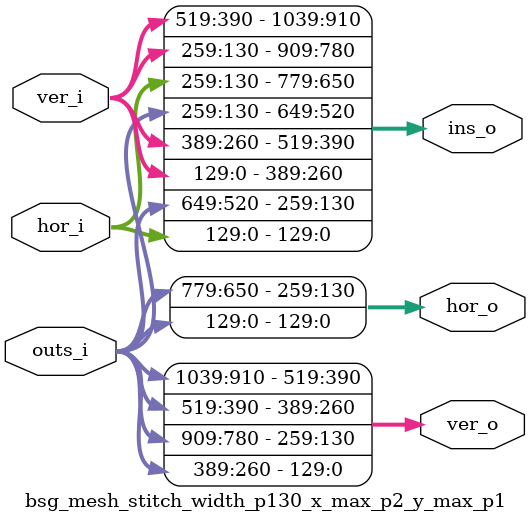
<source format=v>
module bsg_mesh_stitch_width_p130_x_max_p2_y_max_p1(	// 12036_OpenABC_leaf_level_verilog_nangate45_bp_quad_bsg_mesh_stitch_width_p130_x_max_p2_y_max_p1.v.cleaned.mlir:2:3
  input  [1039:0] outs_i,	// 12036_OpenABC_leaf_level_verilog_nangate45_bp_quad_bsg_mesh_stitch_width_p130_x_max_p2_y_max_p1.v.cleaned.mlir:2:62
  input  [259:0]  hor_i,	// 12036_OpenABC_leaf_level_verilog_nangate45_bp_quad_bsg_mesh_stitch_width_p130_x_max_p2_y_max_p1.v.cleaned.mlir:2:82
  input  [519:0]  ver_i,	// 12036_OpenABC_leaf_level_verilog_nangate45_bp_quad_bsg_mesh_stitch_width_p130_x_max_p2_y_max_p1.v.cleaned.mlir:2:100
  output [1039:0] ins_o,	// 12036_OpenABC_leaf_level_verilog_nangate45_bp_quad_bsg_mesh_stitch_width_p130_x_max_p2_y_max_p1.v.cleaned.mlir:2:119
  output [259:0]  hor_o,	// 12036_OpenABC_leaf_level_verilog_nangate45_bp_quad_bsg_mesh_stitch_width_p130_x_max_p2_y_max_p1.v.cleaned.mlir:2:138
  output [519:0]  ver_o	// 12036_OpenABC_leaf_level_verilog_nangate45_bp_quad_bsg_mesh_stitch_width_p130_x_max_p2_y_max_p1.v.cleaned.mlir:2:156
);

  assign ins_o =
    {ver_i[519:390],
     ver_i[259:130],
     hor_i[259:130],
     outs_i[259:130],
     ver_i[389:260],
     ver_i[129:0],
     outs_i[649:520],
     hor_i[129:0]};	// 12036_OpenABC_leaf_level_verilog_nangate45_bp_quad_bsg_mesh_stitch_width_p130_x_max_p2_y_max_p1.v.cleaned.mlir:11:10, :12:10, :13:11, :14:11, :15:11, :16:11, :17:11, :18:11, :19:11, :20:5
  assign hor_o = {outs_i[779:650], outs_i[129:0]};	// 12036_OpenABC_leaf_level_verilog_nangate45_bp_quad_bsg_mesh_stitch_width_p130_x_max_p2_y_max_p1.v.cleaned.mlir:3:10, :4:10, :5:10, :20:5
  assign ver_o = {outs_i[1039:910], outs_i[519:390], outs_i[909:780], outs_i[389:260]};	// 12036_OpenABC_leaf_level_verilog_nangate45_bp_quad_bsg_mesh_stitch_width_p130_x_max_p2_y_max_p1.v.cleaned.mlir:6:10, :7:10, :8:10, :9:10, :10:10, :20:5
endmodule


</source>
